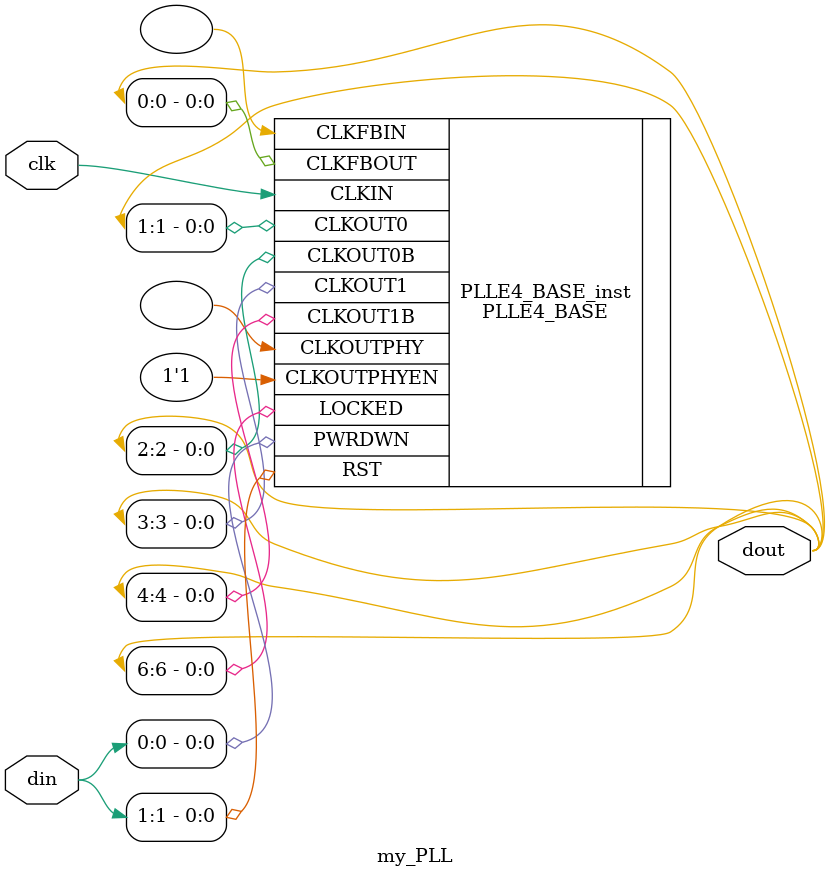
<source format=v>

module top(input clk, stb, di, output do);
    localparam integer DIN_N = 160;
    localparam integer DOUT_N = 160;

    reg [DIN_N-1:0] din;
    wire [DOUT_N-1:0] dout;

    reg [DIN_N-1:0] din_shr;
    reg [DOUT_N-1:0] dout_shr;

    always @(posedge clk) begin
        din_shr <= {din_shr, di};
        dout_shr <= {dout_shr, din_shr[DIN_N-1]};
        if (stb) begin
            din <= din_shr;
            dout_shr <= dout;
        end
    end

    assign do = dout_shr[DOUT_N-1];

    roi roi (
        .clk(clk),
        .din(din),
        .dout(dout)
    );
endmodule

module roi(input clk, input [159:0] din, output [159:0] dout);
	my_PLL
	#(
		.LOC("PLL_X0Y10")
	)
	inst_0 (
		.clk(clk),
		.din(din[  0 +: 2]),
		.dout(dout[ 0 +: 7])
	);
endmodule

// ---------------------------------------------------------------------
module my_PLL (input clk, input [1:0] din, output [6:0] dout);

   parameter LOC = "";

   (* LOC=LOC *)
   PLLE4_BASE #(
      .CLKFBOUT_MULT(8),          // Multiply value for all CLKOUT
      .CLKFBOUT_PHASE(0.0),       // Phase offset in degrees of CLKFB
      .CLKIN_PERIOD(10.0),         // Input clock period in ns to ps resolution (i.e. 33.333 is 30 MHz).
      .CLKOUT0_DIVIDE(1),         // Divide amount for CLKOUT0
      .CLKOUT0_DUTY_CYCLE(0.5),   // Duty cycle for CLKOUT0
      .CLKOUT0_PHASE(0.0),        // Phase offset for CLKOUT0
      .CLKOUT1_DIVIDE(1),         // Divide amount for CLKOUT1
      .CLKOUT1_DUTY_CYCLE(0.5),   // Duty cycle for CLKOUT1
      .CLKOUT1_PHASE(0.0),        // Phase offset for CLKOUT1
      .CLKOUTPHY_MODE("VCO_2X"),  // Frequency of the CLKOUTPHY
      .DIVCLK_DIVIDE(1),          // Master division value
      .IS_CLKFBIN_INVERTED(1'b0), // Optional inversion for CLKFBIN
      .IS_CLKIN_INVERTED(1'b0),   // Optional inversion for CLKIN
      .IS_PWRDWN_INVERTED(1'b0),  // Optional inversion for PWRDWN
      .IS_RST_INVERTED(1'b0),     // Optional inversion for RST
      .REF_JITTER(0.0),           // Reference input jitter in UI
      .STARTUP_WAIT("FALSE")      // Delays DONE until PLL is locked
   )
   PLLE4_BASE_inst (
      .CLKFBOUT(dout[0]),       // 1-bit output: Feedback clock
      .CLKOUT0(dout[1]),         // 1-bit output: General Clock output
      .CLKOUT0B(dout[2]),       // 1-bit output: Inverted CLKOUT0
      .CLKOUT1(dout[3]),         // 1-bit output: General Clock output
      .CLKOUT1B(dout[4]),       // 1-bit output: Inverted CLKOUT1
      .CLKOUTPHY(),     // 1-bit output: Bitslice clock
      .LOCKED(dout[6]),           // 1-bit output: LOCK
      .CLKFBIN(),         // 1-bit input: Feedback clock
      .CLKIN(clk),             // 1-bit input: Input clock
      .CLKOUTPHYEN(1'b1), // 1-bit input: CLKOUTPHY enable
      .PWRDWN(din[0]),           // 1-bit input: Power-down
      .RST(din[1])                  // 1-bit input: Reset
   );
endmodule

</source>
